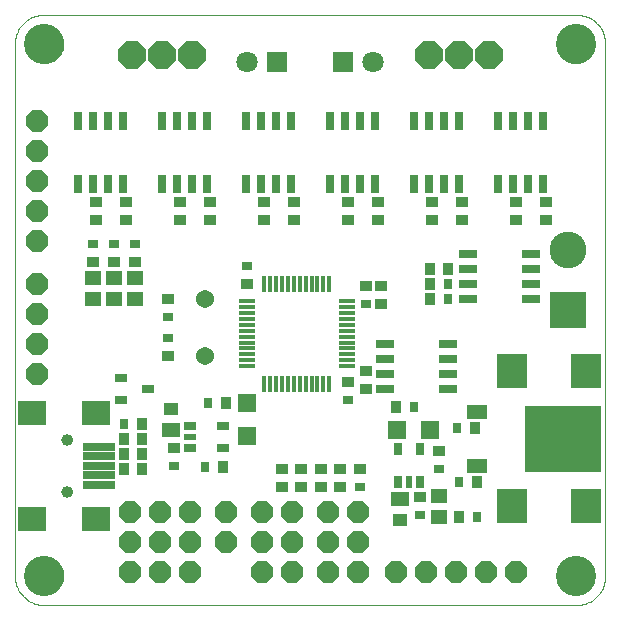
<source format=gts>
G75*
%MOIN*%
%OFA0B0*%
%FSLAX24Y24*%
%IPPOS*%
%LPD*%
%AMOC8*
5,1,8,0,0,1.08239X$1,22.5*
%
%ADD10C,0.0000*%
%ADD11C,0.1340*%
%ADD12R,0.0277X0.0631*%
%ADD13R,0.0395X0.0356*%
%ADD14OC8,0.0912*%
%ADD15R,0.0946X0.0789*%
%ADD16R,0.1064X0.0277*%
%ADD17C,0.0395*%
%ADD18R,0.0356X0.0395*%
%ADD19R,0.0335X0.0296*%
%ADD20R,0.0296X0.0335*%
%ADD21R,0.2521X0.2206*%
%ADD22R,0.0710X0.0474*%
%ADD23C,0.1227*%
%ADD24R,0.1227X0.1227*%
%ADD25R,0.0631X0.0277*%
%ADD26C,0.0710*%
%ADD27R,0.0710X0.0710*%
%ADD28R,0.1025X0.1182*%
%ADD29R,0.0395X0.0297*%
%ADD30OC8,0.0753*%
%ADD31R,0.0277X0.0395*%
%ADD32R,0.0197X0.0395*%
%ADD33R,0.0395X0.0277*%
%ADD34R,0.0395X0.0197*%
%ADD35R,0.0592X0.0474*%
%ADD36R,0.0512X0.0394*%
%ADD37R,0.0631X0.0631*%
%ADD38C,0.0604*%
%ADD39R,0.0552X0.0474*%
%ADD40R,0.0552X0.0178*%
%ADD41R,0.0178X0.0552*%
%ADD42C,0.0434*%
D10*
X002834Y001872D02*
X002834Y019588D01*
X003189Y019588D02*
X003191Y019638D01*
X003197Y019688D01*
X003207Y019737D01*
X003221Y019785D01*
X003238Y019832D01*
X003259Y019877D01*
X003284Y019921D01*
X003312Y019962D01*
X003344Y020001D01*
X003378Y020038D01*
X003415Y020072D01*
X003455Y020102D01*
X003497Y020129D01*
X003541Y020153D01*
X003587Y020174D01*
X003634Y020190D01*
X003682Y020203D01*
X003732Y020212D01*
X003781Y020217D01*
X003832Y020218D01*
X003882Y020215D01*
X003931Y020208D01*
X003980Y020197D01*
X004028Y020182D01*
X004074Y020164D01*
X004119Y020142D01*
X004162Y020116D01*
X004203Y020087D01*
X004242Y020055D01*
X004278Y020020D01*
X004310Y019982D01*
X004340Y019942D01*
X004367Y019899D01*
X004390Y019855D01*
X004409Y019809D01*
X004425Y019761D01*
X004437Y019712D01*
X004445Y019663D01*
X004449Y019613D01*
X004449Y019563D01*
X004445Y019513D01*
X004437Y019464D01*
X004425Y019415D01*
X004409Y019367D01*
X004390Y019321D01*
X004367Y019277D01*
X004340Y019234D01*
X004310Y019194D01*
X004278Y019156D01*
X004242Y019121D01*
X004203Y019089D01*
X004162Y019060D01*
X004119Y019034D01*
X004074Y019012D01*
X004028Y018994D01*
X003980Y018979D01*
X003931Y018968D01*
X003882Y018961D01*
X003832Y018958D01*
X003781Y018959D01*
X003732Y018964D01*
X003682Y018973D01*
X003634Y018986D01*
X003587Y019002D01*
X003541Y019023D01*
X003497Y019047D01*
X003455Y019074D01*
X003415Y019104D01*
X003378Y019138D01*
X003344Y019175D01*
X003312Y019214D01*
X003284Y019255D01*
X003259Y019299D01*
X003238Y019344D01*
X003221Y019391D01*
X003207Y019439D01*
X003197Y019488D01*
X003191Y019538D01*
X003189Y019588D01*
X002835Y019588D02*
X002837Y019650D01*
X002843Y019711D01*
X002852Y019772D01*
X002866Y019833D01*
X002883Y019892D01*
X002904Y019950D01*
X002929Y020007D01*
X002957Y020062D01*
X002988Y020115D01*
X003023Y020166D01*
X003061Y020215D01*
X003102Y020262D01*
X003145Y020305D01*
X003192Y020346D01*
X003241Y020384D01*
X003292Y020419D01*
X003345Y020450D01*
X003400Y020478D01*
X003457Y020503D01*
X003515Y020524D01*
X003574Y020541D01*
X003635Y020555D01*
X003696Y020564D01*
X003757Y020570D01*
X003819Y020572D01*
X021535Y020572D01*
X020905Y019588D02*
X020907Y019638D01*
X020913Y019688D01*
X020923Y019737D01*
X020937Y019785D01*
X020954Y019832D01*
X020975Y019877D01*
X021000Y019921D01*
X021028Y019962D01*
X021060Y020001D01*
X021094Y020038D01*
X021131Y020072D01*
X021171Y020102D01*
X021213Y020129D01*
X021257Y020153D01*
X021303Y020174D01*
X021350Y020190D01*
X021398Y020203D01*
X021448Y020212D01*
X021497Y020217D01*
X021548Y020218D01*
X021598Y020215D01*
X021647Y020208D01*
X021696Y020197D01*
X021744Y020182D01*
X021790Y020164D01*
X021835Y020142D01*
X021878Y020116D01*
X021919Y020087D01*
X021958Y020055D01*
X021994Y020020D01*
X022026Y019982D01*
X022056Y019942D01*
X022083Y019899D01*
X022106Y019855D01*
X022125Y019809D01*
X022141Y019761D01*
X022153Y019712D01*
X022161Y019663D01*
X022165Y019613D01*
X022165Y019563D01*
X022161Y019513D01*
X022153Y019464D01*
X022141Y019415D01*
X022125Y019367D01*
X022106Y019321D01*
X022083Y019277D01*
X022056Y019234D01*
X022026Y019194D01*
X021994Y019156D01*
X021958Y019121D01*
X021919Y019089D01*
X021878Y019060D01*
X021835Y019034D01*
X021790Y019012D01*
X021744Y018994D01*
X021696Y018979D01*
X021647Y018968D01*
X021598Y018961D01*
X021548Y018958D01*
X021497Y018959D01*
X021448Y018964D01*
X021398Y018973D01*
X021350Y018986D01*
X021303Y019002D01*
X021257Y019023D01*
X021213Y019047D01*
X021171Y019074D01*
X021131Y019104D01*
X021094Y019138D01*
X021060Y019175D01*
X021028Y019214D01*
X021000Y019255D01*
X020975Y019299D01*
X020954Y019344D01*
X020937Y019391D01*
X020923Y019439D01*
X020913Y019488D01*
X020907Y019538D01*
X020905Y019588D01*
X021535Y020572D02*
X021597Y020570D01*
X021658Y020564D01*
X021719Y020555D01*
X021780Y020541D01*
X021839Y020524D01*
X021897Y020503D01*
X021954Y020478D01*
X022009Y020450D01*
X022062Y020419D01*
X022113Y020384D01*
X022162Y020346D01*
X022209Y020305D01*
X022252Y020262D01*
X022293Y020215D01*
X022331Y020166D01*
X022366Y020115D01*
X022397Y020062D01*
X022425Y020007D01*
X022450Y019950D01*
X022471Y019892D01*
X022488Y019833D01*
X022502Y019772D01*
X022511Y019711D01*
X022517Y019650D01*
X022519Y019588D01*
X022519Y001872D01*
X020905Y001872D02*
X020907Y001922D01*
X020913Y001972D01*
X020923Y002021D01*
X020937Y002069D01*
X020954Y002116D01*
X020975Y002161D01*
X021000Y002205D01*
X021028Y002246D01*
X021060Y002285D01*
X021094Y002322D01*
X021131Y002356D01*
X021171Y002386D01*
X021213Y002413D01*
X021257Y002437D01*
X021303Y002458D01*
X021350Y002474D01*
X021398Y002487D01*
X021448Y002496D01*
X021497Y002501D01*
X021548Y002502D01*
X021598Y002499D01*
X021647Y002492D01*
X021696Y002481D01*
X021744Y002466D01*
X021790Y002448D01*
X021835Y002426D01*
X021878Y002400D01*
X021919Y002371D01*
X021958Y002339D01*
X021994Y002304D01*
X022026Y002266D01*
X022056Y002226D01*
X022083Y002183D01*
X022106Y002139D01*
X022125Y002093D01*
X022141Y002045D01*
X022153Y001996D01*
X022161Y001947D01*
X022165Y001897D01*
X022165Y001847D01*
X022161Y001797D01*
X022153Y001748D01*
X022141Y001699D01*
X022125Y001651D01*
X022106Y001605D01*
X022083Y001561D01*
X022056Y001518D01*
X022026Y001478D01*
X021994Y001440D01*
X021958Y001405D01*
X021919Y001373D01*
X021878Y001344D01*
X021835Y001318D01*
X021790Y001296D01*
X021744Y001278D01*
X021696Y001263D01*
X021647Y001252D01*
X021598Y001245D01*
X021548Y001242D01*
X021497Y001243D01*
X021448Y001248D01*
X021398Y001257D01*
X021350Y001270D01*
X021303Y001286D01*
X021257Y001307D01*
X021213Y001331D01*
X021171Y001358D01*
X021131Y001388D01*
X021094Y001422D01*
X021060Y001459D01*
X021028Y001498D01*
X021000Y001539D01*
X020975Y001583D01*
X020954Y001628D01*
X020937Y001675D01*
X020923Y001723D01*
X020913Y001772D01*
X020907Y001822D01*
X020905Y001872D01*
X021535Y000888D02*
X021597Y000890D01*
X021658Y000896D01*
X021719Y000905D01*
X021780Y000919D01*
X021839Y000936D01*
X021897Y000957D01*
X021954Y000982D01*
X022009Y001010D01*
X022062Y001041D01*
X022113Y001076D01*
X022162Y001114D01*
X022209Y001155D01*
X022252Y001198D01*
X022293Y001245D01*
X022331Y001294D01*
X022366Y001345D01*
X022397Y001398D01*
X022425Y001453D01*
X022450Y001510D01*
X022471Y001568D01*
X022488Y001627D01*
X022502Y001688D01*
X022511Y001749D01*
X022517Y001810D01*
X022519Y001872D01*
X021535Y000887D02*
X003819Y000887D01*
X003189Y001872D02*
X003191Y001922D01*
X003197Y001972D01*
X003207Y002021D01*
X003221Y002069D01*
X003238Y002116D01*
X003259Y002161D01*
X003284Y002205D01*
X003312Y002246D01*
X003344Y002285D01*
X003378Y002322D01*
X003415Y002356D01*
X003455Y002386D01*
X003497Y002413D01*
X003541Y002437D01*
X003587Y002458D01*
X003634Y002474D01*
X003682Y002487D01*
X003732Y002496D01*
X003781Y002501D01*
X003832Y002502D01*
X003882Y002499D01*
X003931Y002492D01*
X003980Y002481D01*
X004028Y002466D01*
X004074Y002448D01*
X004119Y002426D01*
X004162Y002400D01*
X004203Y002371D01*
X004242Y002339D01*
X004278Y002304D01*
X004310Y002266D01*
X004340Y002226D01*
X004367Y002183D01*
X004390Y002139D01*
X004409Y002093D01*
X004425Y002045D01*
X004437Y001996D01*
X004445Y001947D01*
X004449Y001897D01*
X004449Y001847D01*
X004445Y001797D01*
X004437Y001748D01*
X004425Y001699D01*
X004409Y001651D01*
X004390Y001605D01*
X004367Y001561D01*
X004340Y001518D01*
X004310Y001478D01*
X004278Y001440D01*
X004242Y001405D01*
X004203Y001373D01*
X004162Y001344D01*
X004119Y001318D01*
X004074Y001296D01*
X004028Y001278D01*
X003980Y001263D01*
X003931Y001252D01*
X003882Y001245D01*
X003832Y001242D01*
X003781Y001243D01*
X003732Y001248D01*
X003682Y001257D01*
X003634Y001270D01*
X003587Y001286D01*
X003541Y001307D01*
X003497Y001331D01*
X003455Y001358D01*
X003415Y001388D01*
X003378Y001422D01*
X003344Y001459D01*
X003312Y001498D01*
X003284Y001539D01*
X003259Y001583D01*
X003238Y001628D01*
X003221Y001675D01*
X003207Y001723D01*
X003197Y001772D01*
X003191Y001822D01*
X003189Y001872D01*
X002835Y001872D02*
X002837Y001810D01*
X002843Y001749D01*
X002852Y001688D01*
X002866Y001627D01*
X002883Y001568D01*
X002904Y001510D01*
X002929Y001453D01*
X002957Y001398D01*
X002988Y001345D01*
X003023Y001294D01*
X003061Y001245D01*
X003102Y001198D01*
X003145Y001155D01*
X003192Y001114D01*
X003241Y001076D01*
X003292Y001041D01*
X003345Y001010D01*
X003400Y000982D01*
X003457Y000957D01*
X003515Y000936D01*
X003574Y000919D01*
X003635Y000905D01*
X003696Y000896D01*
X003757Y000890D01*
X003819Y000888D01*
X004427Y004671D02*
X004429Y004696D01*
X004435Y004720D01*
X004444Y004742D01*
X004457Y004763D01*
X004473Y004782D01*
X004492Y004798D01*
X004513Y004811D01*
X004535Y004820D01*
X004559Y004826D01*
X004584Y004828D01*
X004609Y004826D01*
X004633Y004820D01*
X004655Y004811D01*
X004676Y004798D01*
X004695Y004782D01*
X004711Y004763D01*
X004724Y004742D01*
X004733Y004720D01*
X004739Y004696D01*
X004741Y004671D01*
X004739Y004646D01*
X004733Y004622D01*
X004724Y004600D01*
X004711Y004579D01*
X004695Y004560D01*
X004676Y004544D01*
X004655Y004531D01*
X004633Y004522D01*
X004609Y004516D01*
X004584Y004514D01*
X004559Y004516D01*
X004535Y004522D01*
X004513Y004531D01*
X004492Y004544D01*
X004473Y004560D01*
X004457Y004579D01*
X004444Y004600D01*
X004435Y004622D01*
X004429Y004646D01*
X004427Y004671D01*
X004427Y006404D02*
X004429Y006429D01*
X004435Y006453D01*
X004444Y006475D01*
X004457Y006496D01*
X004473Y006515D01*
X004492Y006531D01*
X004513Y006544D01*
X004535Y006553D01*
X004559Y006559D01*
X004584Y006561D01*
X004609Y006559D01*
X004633Y006553D01*
X004655Y006544D01*
X004676Y006531D01*
X004695Y006515D01*
X004711Y006496D01*
X004724Y006475D01*
X004733Y006453D01*
X004739Y006429D01*
X004741Y006404D01*
X004739Y006379D01*
X004733Y006355D01*
X004724Y006333D01*
X004711Y006312D01*
X004695Y006293D01*
X004676Y006277D01*
X004655Y006264D01*
X004633Y006255D01*
X004609Y006249D01*
X004584Y006247D01*
X004559Y006249D01*
X004535Y006255D01*
X004513Y006264D01*
X004492Y006277D01*
X004473Y006293D01*
X004457Y006312D01*
X004444Y006333D01*
X004435Y006355D01*
X004429Y006379D01*
X004427Y006404D01*
D11*
X003819Y001872D03*
X021535Y001872D03*
X021535Y019588D03*
X003819Y019588D03*
D12*
X004934Y017037D03*
X005434Y017037D03*
X005934Y017037D03*
X006434Y017037D03*
X007734Y017037D03*
X008234Y017037D03*
X008734Y017037D03*
X009234Y017037D03*
X010534Y017037D03*
X011034Y017037D03*
X011534Y017037D03*
X012034Y017037D03*
X013334Y017037D03*
X013834Y017037D03*
X014334Y017037D03*
X014834Y017037D03*
X016134Y017037D03*
X016634Y017037D03*
X017134Y017037D03*
X017634Y017037D03*
X018934Y017037D03*
X019434Y017037D03*
X019934Y017037D03*
X020434Y017037D03*
X020434Y014937D03*
X019934Y014937D03*
X019434Y014937D03*
X018934Y014937D03*
X017634Y014937D03*
X017134Y014937D03*
X016634Y014937D03*
X016134Y014937D03*
X014834Y014937D03*
X014334Y014937D03*
X013834Y014937D03*
X013334Y014937D03*
X012034Y014937D03*
X011534Y014937D03*
X011034Y014937D03*
X010534Y014937D03*
X009234Y014937D03*
X008734Y014937D03*
X008234Y014937D03*
X007734Y014937D03*
X006434Y014937D03*
X005934Y014937D03*
X005434Y014937D03*
X004934Y014937D03*
D13*
X005534Y014337D03*
X005534Y013737D03*
X006534Y013737D03*
X006534Y014337D03*
X008334Y014337D03*
X008334Y013737D03*
X009334Y013737D03*
X009334Y014337D03*
X011134Y014337D03*
X011134Y013737D03*
X012134Y013737D03*
X012134Y014337D03*
X013934Y014337D03*
X013934Y013737D03*
X014934Y013737D03*
X014934Y014337D03*
X016734Y014337D03*
X016734Y013737D03*
X017734Y013737D03*
X017734Y014337D03*
X019534Y014337D03*
X019534Y013737D03*
X020534Y013737D03*
X020534Y014337D03*
X015034Y011537D03*
X014534Y011537D03*
X015034Y010937D03*
X014534Y008687D03*
X013934Y008337D03*
X014534Y008087D03*
X016984Y006037D03*
X016334Y004487D03*
X014334Y005437D03*
X013684Y005437D03*
X013034Y005437D03*
X013034Y004837D03*
X013684Y004837D03*
X012384Y004837D03*
X011734Y004837D03*
X011734Y005437D03*
X012384Y005437D03*
X008134Y006137D03*
X007934Y009187D03*
X007934Y011087D03*
X006834Y012337D03*
X006134Y012337D03*
X005434Y012337D03*
X010584Y011587D03*
D14*
X008734Y019237D03*
X007734Y019237D03*
X006734Y019237D03*
X016634Y019237D03*
X017634Y019237D03*
X018634Y019237D03*
D15*
X005529Y007309D03*
X003403Y007309D03*
X003403Y003766D03*
X005529Y003766D03*
D16*
X005647Y004907D03*
X005647Y005222D03*
X005647Y005537D03*
X005647Y005852D03*
X005647Y006167D03*
D17*
X004584Y006404D03*
X004584Y004671D03*
D18*
X006484Y005437D03*
X006484Y005937D03*
X006484Y006437D03*
X007084Y006437D03*
X007084Y005937D03*
X007084Y005437D03*
X007084Y006937D03*
X009784Y005487D03*
X009884Y007637D03*
X015534Y007487D03*
X018184Y006787D03*
X018234Y004987D03*
X017634Y003837D03*
X016684Y011087D03*
X016684Y011587D03*
X016684Y012087D03*
X017284Y012087D03*
D19*
X014534Y010937D03*
X013934Y007737D03*
X016984Y005437D03*
X016334Y003887D03*
X014334Y004837D03*
X008134Y005537D03*
X007934Y009787D03*
X007934Y010487D03*
X010584Y012187D03*
X006834Y012937D03*
X006134Y012937D03*
X005434Y012937D03*
D20*
X009284Y007637D03*
X009184Y005487D03*
X006484Y006937D03*
X016134Y007487D03*
X017584Y006787D03*
X017634Y004987D03*
X018234Y003837D03*
X017284Y011087D03*
X017284Y011587D03*
D21*
X021119Y006437D03*
D22*
X018245Y005540D03*
X018245Y007335D03*
D23*
X021284Y012737D03*
D24*
X021284Y010737D03*
D25*
X020034Y011087D03*
X020034Y011587D03*
X020034Y012087D03*
X020034Y012587D03*
X017934Y012587D03*
X017934Y012087D03*
X017934Y011587D03*
X017934Y011087D03*
X017284Y009587D03*
X017284Y009087D03*
X017284Y008587D03*
X017284Y008087D03*
X015184Y008087D03*
X015184Y008587D03*
X015184Y009087D03*
X015184Y009587D03*
D26*
X014784Y018987D03*
X010584Y018987D03*
D27*
X011584Y018987D03*
X013784Y018987D03*
D28*
X019394Y008687D03*
X021874Y008687D03*
X021884Y004187D03*
X019404Y004187D03*
D29*
X007284Y008087D03*
X006384Y007717D03*
X006384Y008457D03*
D30*
X003584Y008587D03*
X003584Y009587D03*
X003584Y010587D03*
X003584Y011587D03*
X003584Y013037D03*
X003584Y014037D03*
X003584Y015037D03*
X003584Y016037D03*
X003584Y017037D03*
X006684Y003987D03*
X007684Y003987D03*
X008684Y003987D03*
X008684Y002987D03*
X007684Y002987D03*
X007684Y001987D03*
X008684Y001987D03*
X009884Y002987D03*
X011084Y002987D03*
X011084Y001987D03*
X012084Y001987D03*
X012084Y002987D03*
X012084Y003987D03*
X011084Y003987D03*
X009884Y003987D03*
X006684Y002987D03*
X006684Y001987D03*
X013284Y001987D03*
X014284Y001987D03*
X014284Y002987D03*
X013284Y002987D03*
X013284Y003987D03*
X014284Y003987D03*
X015534Y001987D03*
X016534Y001987D03*
X017534Y001987D03*
X018534Y001987D03*
X019534Y001987D03*
D31*
X016358Y004987D03*
X015610Y004987D03*
X015610Y006087D03*
X016358Y006087D03*
D32*
X015984Y004987D03*
D33*
X009784Y006113D03*
X009784Y006861D03*
X008684Y006861D03*
X008684Y006113D03*
D34*
X008684Y006487D03*
D35*
X008034Y006737D03*
X015684Y004437D03*
D36*
X015684Y003737D03*
X008034Y007437D03*
D37*
X010584Y007639D03*
X010584Y006536D03*
X015583Y006737D03*
X016685Y006737D03*
D38*
X009184Y009187D03*
X009184Y011087D03*
D39*
X006834Y011087D03*
X006134Y011087D03*
X005434Y011087D03*
X005434Y011787D03*
X006134Y011787D03*
X006834Y011787D03*
X016984Y004537D03*
X016984Y003837D03*
D40*
X013908Y008855D03*
X013908Y009052D03*
X013908Y009248D03*
X013908Y009445D03*
X013908Y009642D03*
X013908Y009839D03*
X013908Y010036D03*
X013908Y010233D03*
X013908Y010430D03*
X013908Y010626D03*
X013908Y010823D03*
X013908Y011020D03*
X010561Y011020D03*
X010561Y010823D03*
X010561Y010626D03*
X010561Y010430D03*
X010561Y010233D03*
X010561Y010036D03*
X010561Y009839D03*
X010561Y009642D03*
X010561Y009445D03*
X010561Y009248D03*
X010561Y009052D03*
X010561Y008855D03*
D41*
X011152Y008264D03*
X011348Y008264D03*
X011545Y008264D03*
X011742Y008264D03*
X011939Y008264D03*
X012136Y008264D03*
X012333Y008264D03*
X012530Y008264D03*
X012726Y008264D03*
X012923Y008264D03*
X013120Y008264D03*
X013317Y008264D03*
X013317Y011611D03*
X013120Y011611D03*
X012923Y011611D03*
X012726Y011611D03*
X012530Y011611D03*
X012333Y011611D03*
X012136Y011611D03*
X011939Y011611D03*
X011742Y011611D03*
X011545Y011611D03*
X011348Y011611D03*
X011152Y011611D03*
D42*
X019384Y004437D03*
X019384Y003937D03*
X020534Y005737D03*
X021134Y006437D03*
X020534Y007137D03*
X021784Y007137D03*
X021784Y005737D03*
X021884Y004187D03*
X021884Y008687D03*
M02*

</source>
